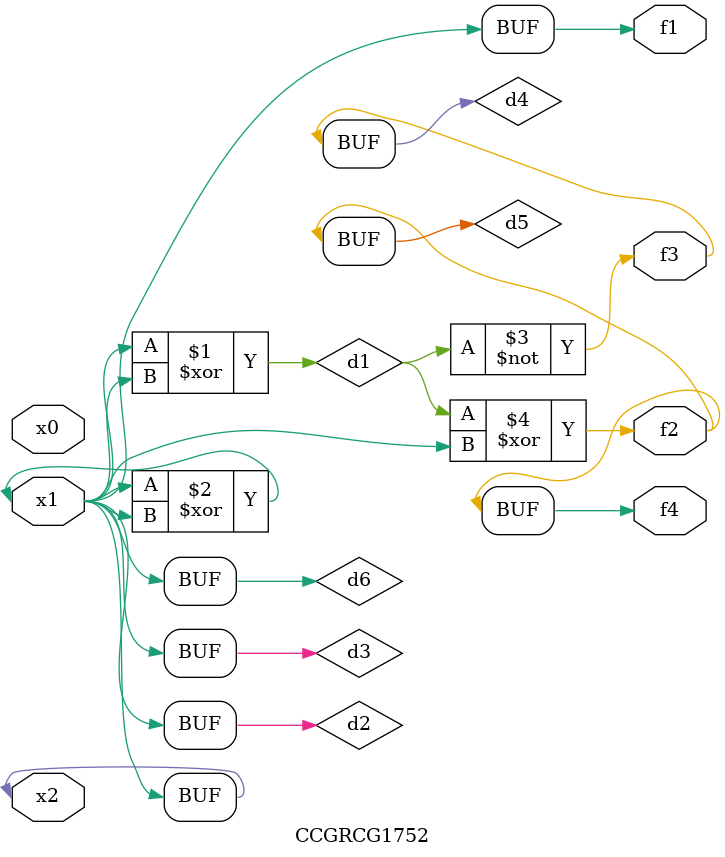
<source format=v>
module CCGRCG1752(
	input x0, x1, x2,
	output f1, f2, f3, f4
);

	wire d1, d2, d3, d4, d5, d6;

	xor (d1, x1, x2);
	buf (d2, x1, x2);
	xor (d3, x1, x2);
	nor (d4, d1);
	xor (d5, d1, d2);
	buf (d6, d2, d3);
	assign f1 = d6;
	assign f2 = d5;
	assign f3 = d4;
	assign f4 = d5;
endmodule

</source>
